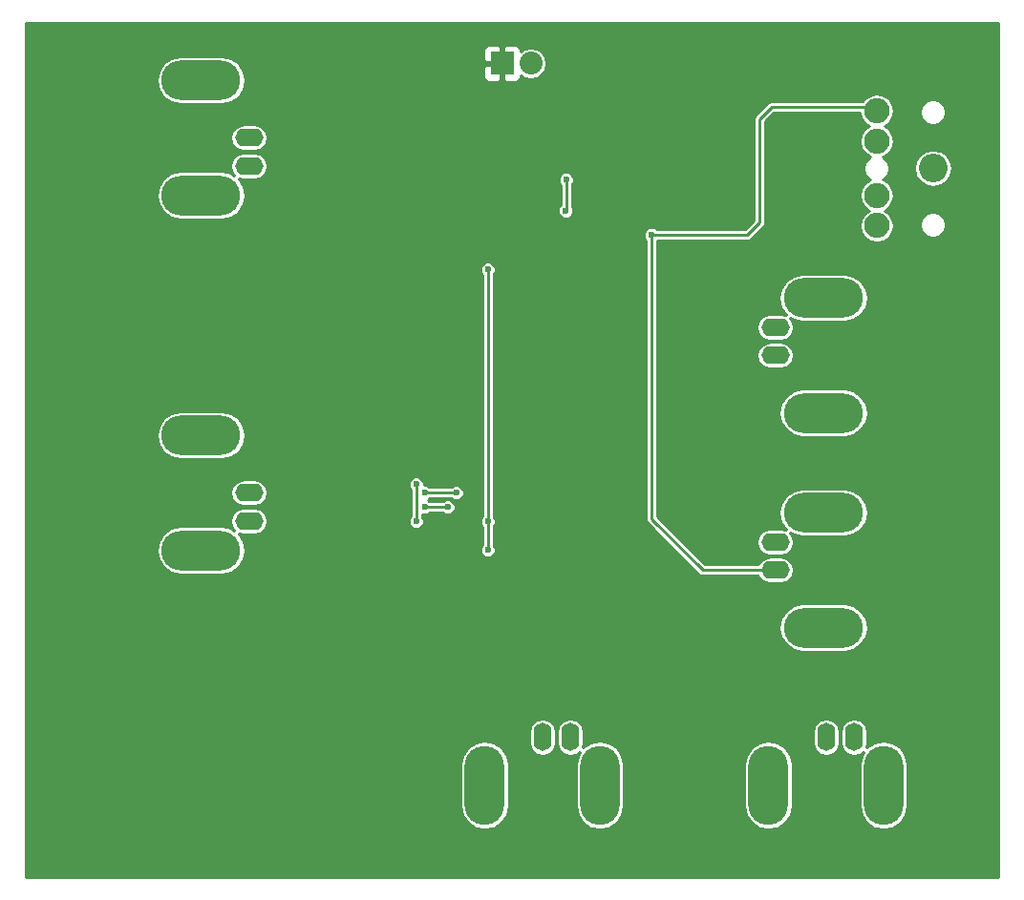
<source format=gbr>
G04 #@! TF.FileFunction,Copper,L2,Bot,Signal*
%FSLAX46Y46*%
G04 Gerber Fmt 4.6, Leading zero omitted, Abs format (unit mm)*
G04 Created by KiCad (PCBNEW 4.0.2-stable) date Tuesday, August 30, 2016 'PMt' 11:58:46 PM*
%MOMM*%
G01*
G04 APERTURE LIST*
%ADD10C,0.100000*%
%ADD11O,7.000240X3.500120*%
%ADD12O,2.499360X1.600200*%
%ADD13O,2.540000X2.540000*%
%ADD14O,2.247900X2.247900*%
%ADD15O,3.500120X7.000240*%
%ADD16O,1.600200X2.499360*%
%ADD17R,2.032000X2.032000*%
%ADD18O,2.032000X2.032000*%
%ADD19C,0.600000*%
%ADD20C,0.250000*%
%ADD21C,0.254000*%
G04 APERTURE END LIST*
D10*
D11*
X111531400Y-117838220D03*
X111531400Y-128036320D03*
D12*
X107266740Y-122936000D03*
X107266740Y-120436640D03*
D13*
X121254520Y-106326940D03*
D14*
X116253260Y-108724700D03*
X116253260Y-103926640D03*
X116253260Y-101226620D03*
X116253260Y-111424720D03*
D15*
X91711780Y-161061400D03*
X81513680Y-161061400D03*
D16*
X86614000Y-156796740D03*
X89113360Y-156796740D03*
D15*
X116857780Y-161061400D03*
X106659680Y-161061400D03*
D16*
X111760000Y-156796740D03*
X114259360Y-156796740D03*
D11*
X56362600Y-140225780D03*
X56362600Y-130027680D03*
D12*
X60627260Y-135128000D03*
X60627260Y-137627360D03*
D17*
X83058000Y-97028000D03*
D18*
X85598000Y-97028000D03*
D11*
X111531400Y-136888220D03*
X111531400Y-147086320D03*
D12*
X107266740Y-141986000D03*
X107266740Y-139486640D03*
D11*
X56362600Y-108729780D03*
X56362600Y-98531680D03*
D12*
X60627260Y-103632000D03*
X60627260Y-106131360D03*
D19*
X78994000Y-135128000D03*
X76200000Y-135128000D03*
X71805800Y-140258800D03*
X73837800Y-113893600D03*
X96824800Y-104521000D03*
X75438000Y-137668000D03*
X75438000Y-134366000D03*
X88722200Y-107340400D03*
X88696800Y-110109000D03*
X96291400Y-112242600D03*
X81788000Y-115316000D03*
X81788000Y-140208000D03*
X81788000Y-137668000D03*
X78232000Y-136398000D03*
X76200000Y-136398000D03*
D20*
X76200000Y-135128000D02*
X78994000Y-135128000D01*
X75438000Y-134366000D02*
X75438000Y-137668000D01*
X88722200Y-110083600D02*
X88722200Y-107340400D01*
X88696800Y-110109000D02*
X88722200Y-110083600D01*
X110744000Y-100921820D02*
X115948460Y-100921820D01*
X115948460Y-100921820D02*
X116253260Y-101226620D01*
X96291400Y-112242600D02*
X96291400Y-137439400D01*
X100838000Y-141986000D02*
X107266740Y-141986000D01*
X96291400Y-137439400D02*
X100838000Y-141986000D01*
X110817660Y-100921820D02*
X110744000Y-100921820D01*
X110744000Y-100921820D02*
X106926380Y-100921820D01*
X104800400Y-112242600D02*
X96291400Y-112242600D01*
X105892600Y-111150400D02*
X104800400Y-112242600D01*
X105892600Y-101955600D02*
X105892600Y-111150400D01*
X106926380Y-100921820D02*
X105892600Y-101955600D01*
X81788000Y-137668000D02*
X81788000Y-115316000D01*
X81788000Y-137668000D02*
X81788000Y-140208000D01*
X76200000Y-136398000D02*
X78232000Y-136398000D01*
D21*
G36*
X127052000Y-169216000D02*
X40842000Y-169216000D01*
X40842000Y-159235304D01*
X79382620Y-159235304D01*
X79382620Y-162887496D01*
X79544837Y-163703017D01*
X80006793Y-164394383D01*
X80698159Y-164856339D01*
X81513680Y-165018556D01*
X82329201Y-164856339D01*
X83020567Y-164394383D01*
X83482523Y-163703017D01*
X83644740Y-162887496D01*
X83644740Y-159235304D01*
X83482523Y-158419783D01*
X83020567Y-157728417D01*
X82329201Y-157266461D01*
X81513680Y-157104244D01*
X80698159Y-157266461D01*
X80006793Y-157728417D01*
X79544837Y-158419783D01*
X79382620Y-159235304D01*
X40842000Y-159235304D01*
X40842000Y-156315213D01*
X85432900Y-156315213D01*
X85432900Y-157278267D01*
X85522806Y-157730254D01*
X85778836Y-158113431D01*
X86162013Y-158369461D01*
X86614000Y-158459367D01*
X87065987Y-158369461D01*
X87449164Y-158113431D01*
X87705194Y-157730254D01*
X87795100Y-157278267D01*
X87795100Y-156315213D01*
X87932260Y-156315213D01*
X87932260Y-157278267D01*
X88022166Y-157730254D01*
X88278196Y-158113431D01*
X88661373Y-158369461D01*
X89113360Y-158459367D01*
X89565347Y-158369461D01*
X89946918Y-158114504D01*
X89742937Y-158419783D01*
X89580720Y-159235304D01*
X89580720Y-162887496D01*
X89742937Y-163703017D01*
X90204893Y-164394383D01*
X90896259Y-164856339D01*
X91711780Y-165018556D01*
X92527301Y-164856339D01*
X93218667Y-164394383D01*
X93680623Y-163703017D01*
X93842840Y-162887496D01*
X93842840Y-159235304D01*
X104528620Y-159235304D01*
X104528620Y-162887496D01*
X104690837Y-163703017D01*
X105152793Y-164394383D01*
X105844159Y-164856339D01*
X106659680Y-165018556D01*
X107475201Y-164856339D01*
X108166567Y-164394383D01*
X108628523Y-163703017D01*
X108790740Y-162887496D01*
X108790740Y-159235304D01*
X108628523Y-158419783D01*
X108166567Y-157728417D01*
X107475201Y-157266461D01*
X106659680Y-157104244D01*
X105844159Y-157266461D01*
X105152793Y-157728417D01*
X104690837Y-158419783D01*
X104528620Y-159235304D01*
X93842840Y-159235304D01*
X93680623Y-158419783D01*
X93218667Y-157728417D01*
X92527301Y-157266461D01*
X91711780Y-157104244D01*
X90896259Y-157266461D01*
X90204923Y-157728397D01*
X90294460Y-157278267D01*
X90294460Y-156315213D01*
X110578900Y-156315213D01*
X110578900Y-157278267D01*
X110668806Y-157730254D01*
X110924836Y-158113431D01*
X111308013Y-158369461D01*
X111760000Y-158459367D01*
X112211987Y-158369461D01*
X112595164Y-158113431D01*
X112851194Y-157730254D01*
X112941100Y-157278267D01*
X112941100Y-156315213D01*
X113078260Y-156315213D01*
X113078260Y-157278267D01*
X113168166Y-157730254D01*
X113424196Y-158113431D01*
X113807373Y-158369461D01*
X114259360Y-158459367D01*
X114711347Y-158369461D01*
X115092918Y-158114504D01*
X114888937Y-158419783D01*
X114726720Y-159235304D01*
X114726720Y-162887496D01*
X114888937Y-163703017D01*
X115350893Y-164394383D01*
X116042259Y-164856339D01*
X116857780Y-165018556D01*
X117673301Y-164856339D01*
X118364667Y-164394383D01*
X118826623Y-163703017D01*
X118988840Y-162887496D01*
X118988840Y-159235304D01*
X118826623Y-158419783D01*
X118364667Y-157728417D01*
X117673301Y-157266461D01*
X116857780Y-157104244D01*
X116042259Y-157266461D01*
X115350923Y-157728397D01*
X115440460Y-157278267D01*
X115440460Y-156315213D01*
X115350554Y-155863226D01*
X115094524Y-155480049D01*
X114711347Y-155224019D01*
X114259360Y-155134113D01*
X113807373Y-155224019D01*
X113424196Y-155480049D01*
X113168166Y-155863226D01*
X113078260Y-156315213D01*
X112941100Y-156315213D01*
X112851194Y-155863226D01*
X112595164Y-155480049D01*
X112211987Y-155224019D01*
X111760000Y-155134113D01*
X111308013Y-155224019D01*
X110924836Y-155480049D01*
X110668806Y-155863226D01*
X110578900Y-156315213D01*
X90294460Y-156315213D01*
X90204554Y-155863226D01*
X89948524Y-155480049D01*
X89565347Y-155224019D01*
X89113360Y-155134113D01*
X88661373Y-155224019D01*
X88278196Y-155480049D01*
X88022166Y-155863226D01*
X87932260Y-156315213D01*
X87795100Y-156315213D01*
X87705194Y-155863226D01*
X87449164Y-155480049D01*
X87065987Y-155224019D01*
X86614000Y-155134113D01*
X86162013Y-155224019D01*
X85778836Y-155480049D01*
X85522806Y-155863226D01*
X85432900Y-156315213D01*
X40842000Y-156315213D01*
X40842000Y-147086320D01*
X107574244Y-147086320D01*
X107736461Y-147901841D01*
X108198417Y-148593207D01*
X108889783Y-149055163D01*
X109705304Y-149217380D01*
X113357496Y-149217380D01*
X114173017Y-149055163D01*
X114864383Y-148593207D01*
X115326339Y-147901841D01*
X115488556Y-147086320D01*
X115326339Y-146270799D01*
X114864383Y-145579433D01*
X114173017Y-145117477D01*
X113357496Y-144955260D01*
X109705304Y-144955260D01*
X108889783Y-145117477D01*
X108198417Y-145579433D01*
X107736461Y-146270799D01*
X107574244Y-147086320D01*
X40842000Y-147086320D01*
X40842000Y-140225780D01*
X52405444Y-140225780D01*
X52567661Y-141041301D01*
X53029617Y-141732667D01*
X53720983Y-142194623D01*
X54536504Y-142356840D01*
X58188696Y-142356840D01*
X59004217Y-142194623D01*
X59695583Y-141732667D01*
X60157539Y-141041301D01*
X60319756Y-140225780D01*
X60157539Y-139410259D01*
X59695603Y-138718923D01*
X60145733Y-138808460D01*
X61108787Y-138808460D01*
X61560774Y-138718554D01*
X61943951Y-138462524D01*
X62199981Y-138079347D01*
X62289887Y-137627360D01*
X62199981Y-137175373D01*
X61943951Y-136792196D01*
X61560774Y-136536166D01*
X61108787Y-136446260D01*
X60145733Y-136446260D01*
X59693746Y-136536166D01*
X59310569Y-136792196D01*
X59054539Y-137175373D01*
X58964633Y-137627360D01*
X59054539Y-138079347D01*
X59309496Y-138460918D01*
X59004217Y-138256937D01*
X58188696Y-138094720D01*
X54536504Y-138094720D01*
X53720983Y-138256937D01*
X53029617Y-138718893D01*
X52567661Y-139410259D01*
X52405444Y-140225780D01*
X40842000Y-140225780D01*
X40842000Y-135128000D01*
X58964633Y-135128000D01*
X59054539Y-135579987D01*
X59310569Y-135963164D01*
X59693746Y-136219194D01*
X60145733Y-136309100D01*
X61108787Y-136309100D01*
X61560774Y-136219194D01*
X61943951Y-135963164D01*
X62199981Y-135579987D01*
X62289887Y-135128000D01*
X62199981Y-134676013D01*
X62082952Y-134500865D01*
X74756882Y-134500865D01*
X74860339Y-134751252D01*
X74932000Y-134823038D01*
X74932000Y-137210877D01*
X74861013Y-137281741D01*
X74757118Y-137531946D01*
X74756882Y-137802865D01*
X74860339Y-138053252D01*
X75051741Y-138244987D01*
X75301946Y-138348882D01*
X75572865Y-138349118D01*
X75823252Y-138245661D01*
X76014987Y-138054259D01*
X76118882Y-137804054D01*
X76119118Y-137533135D01*
X76015661Y-137282748D01*
X75944000Y-137210962D01*
X75944000Y-137029076D01*
X76063946Y-137078882D01*
X76334865Y-137079118D01*
X76585252Y-136975661D01*
X76657038Y-136904000D01*
X77774877Y-136904000D01*
X77845741Y-136974987D01*
X78095946Y-137078882D01*
X78366865Y-137079118D01*
X78617252Y-136975661D01*
X78808987Y-136784259D01*
X78912882Y-136534054D01*
X78913118Y-136263135D01*
X78809661Y-136012748D01*
X78618259Y-135821013D01*
X78368054Y-135717118D01*
X78097135Y-135716882D01*
X77846748Y-135820339D01*
X77774962Y-135892000D01*
X76657123Y-135892000D01*
X76586259Y-135821013D01*
X76446515Y-135762986D01*
X76585252Y-135705661D01*
X76657038Y-135634000D01*
X78536877Y-135634000D01*
X78607741Y-135704987D01*
X78857946Y-135808882D01*
X79128865Y-135809118D01*
X79379252Y-135705661D01*
X79570987Y-135514259D01*
X79674882Y-135264054D01*
X79675118Y-134993135D01*
X79571661Y-134742748D01*
X79380259Y-134551013D01*
X79130054Y-134447118D01*
X78859135Y-134446882D01*
X78608748Y-134550339D01*
X78536962Y-134622000D01*
X76657123Y-134622000D01*
X76586259Y-134551013D01*
X76336054Y-134447118D01*
X76118930Y-134446929D01*
X76119118Y-134231135D01*
X76015661Y-133980748D01*
X75824259Y-133789013D01*
X75574054Y-133685118D01*
X75303135Y-133684882D01*
X75052748Y-133788339D01*
X74861013Y-133979741D01*
X74757118Y-134229946D01*
X74756882Y-134500865D01*
X62082952Y-134500865D01*
X61943951Y-134292836D01*
X61560774Y-134036806D01*
X61108787Y-133946900D01*
X60145733Y-133946900D01*
X59693746Y-134036806D01*
X59310569Y-134292836D01*
X59054539Y-134676013D01*
X58964633Y-135128000D01*
X40842000Y-135128000D01*
X40842000Y-130027680D01*
X52405444Y-130027680D01*
X52567661Y-130843201D01*
X53029617Y-131534567D01*
X53720983Y-131996523D01*
X54536504Y-132158740D01*
X58188696Y-132158740D01*
X59004217Y-131996523D01*
X59695583Y-131534567D01*
X60157539Y-130843201D01*
X60319756Y-130027680D01*
X60157539Y-129212159D01*
X59695583Y-128520793D01*
X59004217Y-128058837D01*
X58188696Y-127896620D01*
X54536504Y-127896620D01*
X53720983Y-128058837D01*
X53029617Y-128520793D01*
X52567661Y-129212159D01*
X52405444Y-130027680D01*
X40842000Y-130027680D01*
X40842000Y-115450865D01*
X81106882Y-115450865D01*
X81210339Y-115701252D01*
X81282000Y-115773038D01*
X81282000Y-137210877D01*
X81211013Y-137281741D01*
X81107118Y-137531946D01*
X81106882Y-137802865D01*
X81210339Y-138053252D01*
X81282000Y-138125038D01*
X81282000Y-139750877D01*
X81211013Y-139821741D01*
X81107118Y-140071946D01*
X81106882Y-140342865D01*
X81210339Y-140593252D01*
X81401741Y-140784987D01*
X81651946Y-140888882D01*
X81922865Y-140889118D01*
X82173252Y-140785661D01*
X82364987Y-140594259D01*
X82468882Y-140344054D01*
X82469118Y-140073135D01*
X82365661Y-139822748D01*
X82294000Y-139750962D01*
X82294000Y-138125123D01*
X82364987Y-138054259D01*
X82468882Y-137804054D01*
X82469118Y-137533135D01*
X82365661Y-137282748D01*
X82294000Y-137210962D01*
X82294000Y-115773123D01*
X82364987Y-115702259D01*
X82468882Y-115452054D01*
X82469118Y-115181135D01*
X82365661Y-114930748D01*
X82174259Y-114739013D01*
X81924054Y-114635118D01*
X81653135Y-114634882D01*
X81402748Y-114738339D01*
X81211013Y-114929741D01*
X81107118Y-115179946D01*
X81106882Y-115450865D01*
X40842000Y-115450865D01*
X40842000Y-112377465D01*
X95610282Y-112377465D01*
X95713739Y-112627852D01*
X95785400Y-112699638D01*
X95785400Y-137439400D01*
X95823917Y-137633038D01*
X95933604Y-137797196D01*
X100480204Y-142343796D01*
X100644362Y-142453483D01*
X100838000Y-142492000D01*
X105730109Y-142492000D01*
X105950049Y-142821164D01*
X106333226Y-143077194D01*
X106785213Y-143167100D01*
X107748267Y-143167100D01*
X108200254Y-143077194D01*
X108583431Y-142821164D01*
X108839461Y-142437987D01*
X108929367Y-141986000D01*
X108839461Y-141534013D01*
X108583431Y-141150836D01*
X108200254Y-140894806D01*
X107748267Y-140804900D01*
X106785213Y-140804900D01*
X106333226Y-140894806D01*
X105950049Y-141150836D01*
X105730109Y-141480000D01*
X101047592Y-141480000D01*
X99054232Y-139486640D01*
X105604113Y-139486640D01*
X105694019Y-139938627D01*
X105950049Y-140321804D01*
X106333226Y-140577834D01*
X106785213Y-140667740D01*
X107748267Y-140667740D01*
X108200254Y-140577834D01*
X108583431Y-140321804D01*
X108839461Y-139938627D01*
X108929367Y-139486640D01*
X108839461Y-139034653D01*
X108584504Y-138653082D01*
X108889783Y-138857063D01*
X109705304Y-139019280D01*
X113357496Y-139019280D01*
X114173017Y-138857063D01*
X114864383Y-138395107D01*
X115326339Y-137703741D01*
X115488556Y-136888220D01*
X115326339Y-136072699D01*
X114864383Y-135381333D01*
X114173017Y-134919377D01*
X113357496Y-134757160D01*
X109705304Y-134757160D01*
X108889783Y-134919377D01*
X108198417Y-135381333D01*
X107736461Y-136072699D01*
X107574244Y-136888220D01*
X107736461Y-137703741D01*
X108198397Y-138395077D01*
X107748267Y-138305540D01*
X106785213Y-138305540D01*
X106333226Y-138395446D01*
X105950049Y-138651476D01*
X105694019Y-139034653D01*
X105604113Y-139486640D01*
X99054232Y-139486640D01*
X96797400Y-137229808D01*
X96797400Y-128036320D01*
X107574244Y-128036320D01*
X107736461Y-128851841D01*
X108198417Y-129543207D01*
X108889783Y-130005163D01*
X109705304Y-130167380D01*
X113357496Y-130167380D01*
X114173017Y-130005163D01*
X114864383Y-129543207D01*
X115326339Y-128851841D01*
X115488556Y-128036320D01*
X115326339Y-127220799D01*
X114864383Y-126529433D01*
X114173017Y-126067477D01*
X113357496Y-125905260D01*
X109705304Y-125905260D01*
X108889783Y-126067477D01*
X108198417Y-126529433D01*
X107736461Y-127220799D01*
X107574244Y-128036320D01*
X96797400Y-128036320D01*
X96797400Y-122936000D01*
X105604113Y-122936000D01*
X105694019Y-123387987D01*
X105950049Y-123771164D01*
X106333226Y-124027194D01*
X106785213Y-124117100D01*
X107748267Y-124117100D01*
X108200254Y-124027194D01*
X108583431Y-123771164D01*
X108839461Y-123387987D01*
X108929367Y-122936000D01*
X108839461Y-122484013D01*
X108583431Y-122100836D01*
X108200254Y-121844806D01*
X107748267Y-121754900D01*
X106785213Y-121754900D01*
X106333226Y-121844806D01*
X105950049Y-122100836D01*
X105694019Y-122484013D01*
X105604113Y-122936000D01*
X96797400Y-122936000D01*
X96797400Y-120436640D01*
X105604113Y-120436640D01*
X105694019Y-120888627D01*
X105950049Y-121271804D01*
X106333226Y-121527834D01*
X106785213Y-121617740D01*
X107748267Y-121617740D01*
X108200254Y-121527834D01*
X108583431Y-121271804D01*
X108839461Y-120888627D01*
X108929367Y-120436640D01*
X108839461Y-119984653D01*
X108584504Y-119603082D01*
X108889783Y-119807063D01*
X109705304Y-119969280D01*
X113357496Y-119969280D01*
X114173017Y-119807063D01*
X114864383Y-119345107D01*
X115326339Y-118653741D01*
X115488556Y-117838220D01*
X115326339Y-117022699D01*
X114864383Y-116331333D01*
X114173017Y-115869377D01*
X113357496Y-115707160D01*
X109705304Y-115707160D01*
X108889783Y-115869377D01*
X108198417Y-116331333D01*
X107736461Y-117022699D01*
X107574244Y-117838220D01*
X107736461Y-118653741D01*
X108198397Y-119345077D01*
X107748267Y-119255540D01*
X106785213Y-119255540D01*
X106333226Y-119345446D01*
X105950049Y-119601476D01*
X105694019Y-119984653D01*
X105604113Y-120436640D01*
X96797400Y-120436640D01*
X96797400Y-112748600D01*
X104800400Y-112748600D01*
X104994038Y-112710083D01*
X105158196Y-112600396D01*
X106250396Y-111508196D01*
X106360083Y-111344038D01*
X106398600Y-111150400D01*
X106398600Y-102165192D01*
X107135972Y-101427820D01*
X114758847Y-101427820D01*
X114833383Y-101802539D01*
X115159616Y-102290780D01*
X115587420Y-102576630D01*
X115159616Y-102862480D01*
X114833383Y-103350721D01*
X114718826Y-103926640D01*
X114833383Y-104502559D01*
X115159616Y-104990800D01*
X115647857Y-105317033D01*
X115708415Y-105329079D01*
X115613833Y-105368159D01*
X115295597Y-105685840D01*
X115123157Y-106101123D01*
X115122764Y-106550784D01*
X115294479Y-106966367D01*
X115612160Y-107284603D01*
X115704653Y-107323010D01*
X115647857Y-107334307D01*
X115159616Y-107660540D01*
X114833383Y-108148781D01*
X114718826Y-108724700D01*
X114833383Y-109300619D01*
X115159616Y-109788860D01*
X115587420Y-110074710D01*
X115159616Y-110360560D01*
X114833383Y-110848801D01*
X114718826Y-111424720D01*
X114833383Y-112000639D01*
X115159616Y-112488880D01*
X115647857Y-112815113D01*
X116223776Y-112929670D01*
X116282744Y-112929670D01*
X116858663Y-112815113D01*
X117346904Y-112488880D01*
X117673137Y-112000639D01*
X117762873Y-111549504D01*
X120124024Y-111549504D01*
X120295739Y-111965087D01*
X120613420Y-112283323D01*
X121028703Y-112455763D01*
X121478364Y-112456156D01*
X121893947Y-112284441D01*
X122212183Y-111966760D01*
X122384623Y-111551477D01*
X122385016Y-111101816D01*
X122213301Y-110686233D01*
X121895620Y-110367997D01*
X121480337Y-110195557D01*
X121030676Y-110195164D01*
X120615093Y-110366879D01*
X120296857Y-110684560D01*
X120124417Y-111099843D01*
X120124024Y-111549504D01*
X117762873Y-111549504D01*
X117787694Y-111424720D01*
X117673137Y-110848801D01*
X117346904Y-110360560D01*
X116919100Y-110074710D01*
X117346904Y-109788860D01*
X117673137Y-109300619D01*
X117787694Y-108724700D01*
X117673137Y-108148781D01*
X117346904Y-107660540D01*
X116858663Y-107334307D01*
X116802255Y-107323087D01*
X116892687Y-107285721D01*
X117210923Y-106968040D01*
X117383363Y-106552757D01*
X117383560Y-106326940D01*
X119571175Y-106326940D01*
X119696850Y-106958750D01*
X120054742Y-107494373D01*
X120590365Y-107852265D01*
X121222175Y-107977940D01*
X121286865Y-107977940D01*
X121918675Y-107852265D01*
X122454298Y-107494373D01*
X122812190Y-106958750D01*
X122937865Y-106326940D01*
X122812190Y-105695130D01*
X122454298Y-105159507D01*
X121918675Y-104801615D01*
X121286865Y-104675940D01*
X121222175Y-104675940D01*
X120590365Y-104801615D01*
X120054742Y-105159507D01*
X119696850Y-105695130D01*
X119571175Y-106326940D01*
X117383560Y-106326940D01*
X117383756Y-106103096D01*
X117212041Y-105687513D01*
X116894360Y-105369277D01*
X116797731Y-105329153D01*
X116858663Y-105317033D01*
X117346904Y-104990800D01*
X117673137Y-104502559D01*
X117787694Y-103926640D01*
X117673137Y-103350721D01*
X117346904Y-102862480D01*
X116919100Y-102576630D01*
X117346904Y-102290780D01*
X117673137Y-101802539D01*
X117722959Y-101552064D01*
X120124024Y-101552064D01*
X120295739Y-101967647D01*
X120613420Y-102285883D01*
X121028703Y-102458323D01*
X121478364Y-102458716D01*
X121893947Y-102287001D01*
X122212183Y-101969320D01*
X122384623Y-101554037D01*
X122385016Y-101104376D01*
X122213301Y-100688793D01*
X121895620Y-100370557D01*
X121480337Y-100198117D01*
X121030676Y-100197724D01*
X120615093Y-100369439D01*
X120296857Y-100687120D01*
X120124417Y-101102403D01*
X120124024Y-101552064D01*
X117722959Y-101552064D01*
X117787694Y-101226620D01*
X117673137Y-100650701D01*
X117346904Y-100162460D01*
X116858663Y-99836227D01*
X116282744Y-99721670D01*
X116223776Y-99721670D01*
X115647857Y-99836227D01*
X115159616Y-100162460D01*
X114990326Y-100415820D01*
X106926380Y-100415820D01*
X106732742Y-100454337D01*
X106663620Y-100500523D01*
X106568584Y-100564024D01*
X105534804Y-101597804D01*
X105425117Y-101761962D01*
X105386600Y-101955600D01*
X105386600Y-110940808D01*
X104590808Y-111736600D01*
X96748523Y-111736600D01*
X96677659Y-111665613D01*
X96427454Y-111561718D01*
X96156535Y-111561482D01*
X95906148Y-111664939D01*
X95714413Y-111856341D01*
X95610518Y-112106546D01*
X95610282Y-112377465D01*
X40842000Y-112377465D01*
X40842000Y-108729780D01*
X52405444Y-108729780D01*
X52567661Y-109545301D01*
X53029617Y-110236667D01*
X53720983Y-110698623D01*
X54536504Y-110860840D01*
X58188696Y-110860840D01*
X59004217Y-110698623D01*
X59684810Y-110243865D01*
X88015682Y-110243865D01*
X88119139Y-110494252D01*
X88310541Y-110685987D01*
X88560746Y-110789882D01*
X88831665Y-110790118D01*
X89082052Y-110686661D01*
X89273787Y-110495259D01*
X89377682Y-110245054D01*
X89377918Y-109974135D01*
X89274461Y-109723748D01*
X89228200Y-109677407D01*
X89228200Y-107797523D01*
X89299187Y-107726659D01*
X89403082Y-107476454D01*
X89403318Y-107205535D01*
X89299861Y-106955148D01*
X89108459Y-106763413D01*
X88858254Y-106659518D01*
X88587335Y-106659282D01*
X88336948Y-106762739D01*
X88145213Y-106954141D01*
X88041318Y-107204346D01*
X88041082Y-107475265D01*
X88144539Y-107725652D01*
X88216200Y-107797438D01*
X88216200Y-109626521D01*
X88119813Y-109722741D01*
X88015918Y-109972946D01*
X88015682Y-110243865D01*
X59684810Y-110243865D01*
X59695583Y-110236667D01*
X60157539Y-109545301D01*
X60319756Y-108729780D01*
X60157539Y-107914259D01*
X59695603Y-107222923D01*
X60145733Y-107312460D01*
X61108787Y-107312460D01*
X61560774Y-107222554D01*
X61943951Y-106966524D01*
X62199981Y-106583347D01*
X62289887Y-106131360D01*
X62199981Y-105679373D01*
X61943951Y-105296196D01*
X61560774Y-105040166D01*
X61108787Y-104950260D01*
X60145733Y-104950260D01*
X59693746Y-105040166D01*
X59310569Y-105296196D01*
X59054539Y-105679373D01*
X58964633Y-106131360D01*
X59054539Y-106583347D01*
X59309496Y-106964918D01*
X59004217Y-106760937D01*
X58188696Y-106598720D01*
X54536504Y-106598720D01*
X53720983Y-106760937D01*
X53029617Y-107222893D01*
X52567661Y-107914259D01*
X52405444Y-108729780D01*
X40842000Y-108729780D01*
X40842000Y-103632000D01*
X58964633Y-103632000D01*
X59054539Y-104083987D01*
X59310569Y-104467164D01*
X59693746Y-104723194D01*
X60145733Y-104813100D01*
X61108787Y-104813100D01*
X61560774Y-104723194D01*
X61943951Y-104467164D01*
X62199981Y-104083987D01*
X62289887Y-103632000D01*
X62199981Y-103180013D01*
X61943951Y-102796836D01*
X61560774Y-102540806D01*
X61108787Y-102450900D01*
X60145733Y-102450900D01*
X59693746Y-102540806D01*
X59310569Y-102796836D01*
X59054539Y-103180013D01*
X58964633Y-103632000D01*
X40842000Y-103632000D01*
X40842000Y-98531680D01*
X52405444Y-98531680D01*
X52567661Y-99347201D01*
X53029617Y-100038567D01*
X53720983Y-100500523D01*
X54536504Y-100662740D01*
X58188696Y-100662740D01*
X59004217Y-100500523D01*
X59695583Y-100038567D01*
X60157539Y-99347201D01*
X60319756Y-98531680D01*
X60157539Y-97716159D01*
X59888658Y-97313750D01*
X81407000Y-97313750D01*
X81407000Y-98170309D01*
X81503673Y-98403698D01*
X81682301Y-98582327D01*
X81915690Y-98679000D01*
X82772250Y-98679000D01*
X82931000Y-98520250D01*
X82931000Y-97155000D01*
X81565750Y-97155000D01*
X81407000Y-97313750D01*
X59888658Y-97313750D01*
X59695583Y-97024793D01*
X59004217Y-96562837D01*
X58188696Y-96400620D01*
X54536504Y-96400620D01*
X53720983Y-96562837D01*
X53029617Y-97024793D01*
X52567661Y-97716159D01*
X52405444Y-98531680D01*
X40842000Y-98531680D01*
X40842000Y-95885691D01*
X81407000Y-95885691D01*
X81407000Y-96742250D01*
X81565750Y-96901000D01*
X82931000Y-96901000D01*
X82931000Y-95535750D01*
X83185000Y-95535750D01*
X83185000Y-96901000D01*
X83205000Y-96901000D01*
X83205000Y-97155000D01*
X83185000Y-97155000D01*
X83185000Y-98520250D01*
X83343750Y-98679000D01*
X84200310Y-98679000D01*
X84433699Y-98582327D01*
X84612327Y-98403698D01*
X84709000Y-98170309D01*
X84709000Y-98109232D01*
X85063391Y-98346029D01*
X85598000Y-98452369D01*
X86132609Y-98346029D01*
X86585828Y-98043197D01*
X86888660Y-97589978D01*
X86995000Y-97055369D01*
X86995000Y-97000631D01*
X86888660Y-96466022D01*
X86585828Y-96012803D01*
X86132609Y-95709971D01*
X85598000Y-95603631D01*
X85063391Y-95709971D01*
X84709000Y-95946768D01*
X84709000Y-95885691D01*
X84612327Y-95652302D01*
X84433699Y-95473673D01*
X84200310Y-95377000D01*
X83343750Y-95377000D01*
X83185000Y-95535750D01*
X82931000Y-95535750D01*
X82772250Y-95377000D01*
X81915690Y-95377000D01*
X81682301Y-95473673D01*
X81503673Y-95652302D01*
X81407000Y-95885691D01*
X40842000Y-95885691D01*
X40842000Y-93420000D01*
X127052000Y-93420000D01*
X127052000Y-169216000D01*
X127052000Y-169216000D01*
G37*
X127052000Y-169216000D02*
X40842000Y-169216000D01*
X40842000Y-159235304D01*
X79382620Y-159235304D01*
X79382620Y-162887496D01*
X79544837Y-163703017D01*
X80006793Y-164394383D01*
X80698159Y-164856339D01*
X81513680Y-165018556D01*
X82329201Y-164856339D01*
X83020567Y-164394383D01*
X83482523Y-163703017D01*
X83644740Y-162887496D01*
X83644740Y-159235304D01*
X83482523Y-158419783D01*
X83020567Y-157728417D01*
X82329201Y-157266461D01*
X81513680Y-157104244D01*
X80698159Y-157266461D01*
X80006793Y-157728417D01*
X79544837Y-158419783D01*
X79382620Y-159235304D01*
X40842000Y-159235304D01*
X40842000Y-156315213D01*
X85432900Y-156315213D01*
X85432900Y-157278267D01*
X85522806Y-157730254D01*
X85778836Y-158113431D01*
X86162013Y-158369461D01*
X86614000Y-158459367D01*
X87065987Y-158369461D01*
X87449164Y-158113431D01*
X87705194Y-157730254D01*
X87795100Y-157278267D01*
X87795100Y-156315213D01*
X87932260Y-156315213D01*
X87932260Y-157278267D01*
X88022166Y-157730254D01*
X88278196Y-158113431D01*
X88661373Y-158369461D01*
X89113360Y-158459367D01*
X89565347Y-158369461D01*
X89946918Y-158114504D01*
X89742937Y-158419783D01*
X89580720Y-159235304D01*
X89580720Y-162887496D01*
X89742937Y-163703017D01*
X90204893Y-164394383D01*
X90896259Y-164856339D01*
X91711780Y-165018556D01*
X92527301Y-164856339D01*
X93218667Y-164394383D01*
X93680623Y-163703017D01*
X93842840Y-162887496D01*
X93842840Y-159235304D01*
X104528620Y-159235304D01*
X104528620Y-162887496D01*
X104690837Y-163703017D01*
X105152793Y-164394383D01*
X105844159Y-164856339D01*
X106659680Y-165018556D01*
X107475201Y-164856339D01*
X108166567Y-164394383D01*
X108628523Y-163703017D01*
X108790740Y-162887496D01*
X108790740Y-159235304D01*
X108628523Y-158419783D01*
X108166567Y-157728417D01*
X107475201Y-157266461D01*
X106659680Y-157104244D01*
X105844159Y-157266461D01*
X105152793Y-157728417D01*
X104690837Y-158419783D01*
X104528620Y-159235304D01*
X93842840Y-159235304D01*
X93680623Y-158419783D01*
X93218667Y-157728417D01*
X92527301Y-157266461D01*
X91711780Y-157104244D01*
X90896259Y-157266461D01*
X90204923Y-157728397D01*
X90294460Y-157278267D01*
X90294460Y-156315213D01*
X110578900Y-156315213D01*
X110578900Y-157278267D01*
X110668806Y-157730254D01*
X110924836Y-158113431D01*
X111308013Y-158369461D01*
X111760000Y-158459367D01*
X112211987Y-158369461D01*
X112595164Y-158113431D01*
X112851194Y-157730254D01*
X112941100Y-157278267D01*
X112941100Y-156315213D01*
X113078260Y-156315213D01*
X113078260Y-157278267D01*
X113168166Y-157730254D01*
X113424196Y-158113431D01*
X113807373Y-158369461D01*
X114259360Y-158459367D01*
X114711347Y-158369461D01*
X115092918Y-158114504D01*
X114888937Y-158419783D01*
X114726720Y-159235304D01*
X114726720Y-162887496D01*
X114888937Y-163703017D01*
X115350893Y-164394383D01*
X116042259Y-164856339D01*
X116857780Y-165018556D01*
X117673301Y-164856339D01*
X118364667Y-164394383D01*
X118826623Y-163703017D01*
X118988840Y-162887496D01*
X118988840Y-159235304D01*
X118826623Y-158419783D01*
X118364667Y-157728417D01*
X117673301Y-157266461D01*
X116857780Y-157104244D01*
X116042259Y-157266461D01*
X115350923Y-157728397D01*
X115440460Y-157278267D01*
X115440460Y-156315213D01*
X115350554Y-155863226D01*
X115094524Y-155480049D01*
X114711347Y-155224019D01*
X114259360Y-155134113D01*
X113807373Y-155224019D01*
X113424196Y-155480049D01*
X113168166Y-155863226D01*
X113078260Y-156315213D01*
X112941100Y-156315213D01*
X112851194Y-155863226D01*
X112595164Y-155480049D01*
X112211987Y-155224019D01*
X111760000Y-155134113D01*
X111308013Y-155224019D01*
X110924836Y-155480049D01*
X110668806Y-155863226D01*
X110578900Y-156315213D01*
X90294460Y-156315213D01*
X90204554Y-155863226D01*
X89948524Y-155480049D01*
X89565347Y-155224019D01*
X89113360Y-155134113D01*
X88661373Y-155224019D01*
X88278196Y-155480049D01*
X88022166Y-155863226D01*
X87932260Y-156315213D01*
X87795100Y-156315213D01*
X87705194Y-155863226D01*
X87449164Y-155480049D01*
X87065987Y-155224019D01*
X86614000Y-155134113D01*
X86162013Y-155224019D01*
X85778836Y-155480049D01*
X85522806Y-155863226D01*
X85432900Y-156315213D01*
X40842000Y-156315213D01*
X40842000Y-147086320D01*
X107574244Y-147086320D01*
X107736461Y-147901841D01*
X108198417Y-148593207D01*
X108889783Y-149055163D01*
X109705304Y-149217380D01*
X113357496Y-149217380D01*
X114173017Y-149055163D01*
X114864383Y-148593207D01*
X115326339Y-147901841D01*
X115488556Y-147086320D01*
X115326339Y-146270799D01*
X114864383Y-145579433D01*
X114173017Y-145117477D01*
X113357496Y-144955260D01*
X109705304Y-144955260D01*
X108889783Y-145117477D01*
X108198417Y-145579433D01*
X107736461Y-146270799D01*
X107574244Y-147086320D01*
X40842000Y-147086320D01*
X40842000Y-140225780D01*
X52405444Y-140225780D01*
X52567661Y-141041301D01*
X53029617Y-141732667D01*
X53720983Y-142194623D01*
X54536504Y-142356840D01*
X58188696Y-142356840D01*
X59004217Y-142194623D01*
X59695583Y-141732667D01*
X60157539Y-141041301D01*
X60319756Y-140225780D01*
X60157539Y-139410259D01*
X59695603Y-138718923D01*
X60145733Y-138808460D01*
X61108787Y-138808460D01*
X61560774Y-138718554D01*
X61943951Y-138462524D01*
X62199981Y-138079347D01*
X62289887Y-137627360D01*
X62199981Y-137175373D01*
X61943951Y-136792196D01*
X61560774Y-136536166D01*
X61108787Y-136446260D01*
X60145733Y-136446260D01*
X59693746Y-136536166D01*
X59310569Y-136792196D01*
X59054539Y-137175373D01*
X58964633Y-137627360D01*
X59054539Y-138079347D01*
X59309496Y-138460918D01*
X59004217Y-138256937D01*
X58188696Y-138094720D01*
X54536504Y-138094720D01*
X53720983Y-138256937D01*
X53029617Y-138718893D01*
X52567661Y-139410259D01*
X52405444Y-140225780D01*
X40842000Y-140225780D01*
X40842000Y-135128000D01*
X58964633Y-135128000D01*
X59054539Y-135579987D01*
X59310569Y-135963164D01*
X59693746Y-136219194D01*
X60145733Y-136309100D01*
X61108787Y-136309100D01*
X61560774Y-136219194D01*
X61943951Y-135963164D01*
X62199981Y-135579987D01*
X62289887Y-135128000D01*
X62199981Y-134676013D01*
X62082952Y-134500865D01*
X74756882Y-134500865D01*
X74860339Y-134751252D01*
X74932000Y-134823038D01*
X74932000Y-137210877D01*
X74861013Y-137281741D01*
X74757118Y-137531946D01*
X74756882Y-137802865D01*
X74860339Y-138053252D01*
X75051741Y-138244987D01*
X75301946Y-138348882D01*
X75572865Y-138349118D01*
X75823252Y-138245661D01*
X76014987Y-138054259D01*
X76118882Y-137804054D01*
X76119118Y-137533135D01*
X76015661Y-137282748D01*
X75944000Y-137210962D01*
X75944000Y-137029076D01*
X76063946Y-137078882D01*
X76334865Y-137079118D01*
X76585252Y-136975661D01*
X76657038Y-136904000D01*
X77774877Y-136904000D01*
X77845741Y-136974987D01*
X78095946Y-137078882D01*
X78366865Y-137079118D01*
X78617252Y-136975661D01*
X78808987Y-136784259D01*
X78912882Y-136534054D01*
X78913118Y-136263135D01*
X78809661Y-136012748D01*
X78618259Y-135821013D01*
X78368054Y-135717118D01*
X78097135Y-135716882D01*
X77846748Y-135820339D01*
X77774962Y-135892000D01*
X76657123Y-135892000D01*
X76586259Y-135821013D01*
X76446515Y-135762986D01*
X76585252Y-135705661D01*
X76657038Y-135634000D01*
X78536877Y-135634000D01*
X78607741Y-135704987D01*
X78857946Y-135808882D01*
X79128865Y-135809118D01*
X79379252Y-135705661D01*
X79570987Y-135514259D01*
X79674882Y-135264054D01*
X79675118Y-134993135D01*
X79571661Y-134742748D01*
X79380259Y-134551013D01*
X79130054Y-134447118D01*
X78859135Y-134446882D01*
X78608748Y-134550339D01*
X78536962Y-134622000D01*
X76657123Y-134622000D01*
X76586259Y-134551013D01*
X76336054Y-134447118D01*
X76118930Y-134446929D01*
X76119118Y-134231135D01*
X76015661Y-133980748D01*
X75824259Y-133789013D01*
X75574054Y-133685118D01*
X75303135Y-133684882D01*
X75052748Y-133788339D01*
X74861013Y-133979741D01*
X74757118Y-134229946D01*
X74756882Y-134500865D01*
X62082952Y-134500865D01*
X61943951Y-134292836D01*
X61560774Y-134036806D01*
X61108787Y-133946900D01*
X60145733Y-133946900D01*
X59693746Y-134036806D01*
X59310569Y-134292836D01*
X59054539Y-134676013D01*
X58964633Y-135128000D01*
X40842000Y-135128000D01*
X40842000Y-130027680D01*
X52405444Y-130027680D01*
X52567661Y-130843201D01*
X53029617Y-131534567D01*
X53720983Y-131996523D01*
X54536504Y-132158740D01*
X58188696Y-132158740D01*
X59004217Y-131996523D01*
X59695583Y-131534567D01*
X60157539Y-130843201D01*
X60319756Y-130027680D01*
X60157539Y-129212159D01*
X59695583Y-128520793D01*
X59004217Y-128058837D01*
X58188696Y-127896620D01*
X54536504Y-127896620D01*
X53720983Y-128058837D01*
X53029617Y-128520793D01*
X52567661Y-129212159D01*
X52405444Y-130027680D01*
X40842000Y-130027680D01*
X40842000Y-115450865D01*
X81106882Y-115450865D01*
X81210339Y-115701252D01*
X81282000Y-115773038D01*
X81282000Y-137210877D01*
X81211013Y-137281741D01*
X81107118Y-137531946D01*
X81106882Y-137802865D01*
X81210339Y-138053252D01*
X81282000Y-138125038D01*
X81282000Y-139750877D01*
X81211013Y-139821741D01*
X81107118Y-140071946D01*
X81106882Y-140342865D01*
X81210339Y-140593252D01*
X81401741Y-140784987D01*
X81651946Y-140888882D01*
X81922865Y-140889118D01*
X82173252Y-140785661D01*
X82364987Y-140594259D01*
X82468882Y-140344054D01*
X82469118Y-140073135D01*
X82365661Y-139822748D01*
X82294000Y-139750962D01*
X82294000Y-138125123D01*
X82364987Y-138054259D01*
X82468882Y-137804054D01*
X82469118Y-137533135D01*
X82365661Y-137282748D01*
X82294000Y-137210962D01*
X82294000Y-115773123D01*
X82364987Y-115702259D01*
X82468882Y-115452054D01*
X82469118Y-115181135D01*
X82365661Y-114930748D01*
X82174259Y-114739013D01*
X81924054Y-114635118D01*
X81653135Y-114634882D01*
X81402748Y-114738339D01*
X81211013Y-114929741D01*
X81107118Y-115179946D01*
X81106882Y-115450865D01*
X40842000Y-115450865D01*
X40842000Y-112377465D01*
X95610282Y-112377465D01*
X95713739Y-112627852D01*
X95785400Y-112699638D01*
X95785400Y-137439400D01*
X95823917Y-137633038D01*
X95933604Y-137797196D01*
X100480204Y-142343796D01*
X100644362Y-142453483D01*
X100838000Y-142492000D01*
X105730109Y-142492000D01*
X105950049Y-142821164D01*
X106333226Y-143077194D01*
X106785213Y-143167100D01*
X107748267Y-143167100D01*
X108200254Y-143077194D01*
X108583431Y-142821164D01*
X108839461Y-142437987D01*
X108929367Y-141986000D01*
X108839461Y-141534013D01*
X108583431Y-141150836D01*
X108200254Y-140894806D01*
X107748267Y-140804900D01*
X106785213Y-140804900D01*
X106333226Y-140894806D01*
X105950049Y-141150836D01*
X105730109Y-141480000D01*
X101047592Y-141480000D01*
X99054232Y-139486640D01*
X105604113Y-139486640D01*
X105694019Y-139938627D01*
X105950049Y-140321804D01*
X106333226Y-140577834D01*
X106785213Y-140667740D01*
X107748267Y-140667740D01*
X108200254Y-140577834D01*
X108583431Y-140321804D01*
X108839461Y-139938627D01*
X108929367Y-139486640D01*
X108839461Y-139034653D01*
X108584504Y-138653082D01*
X108889783Y-138857063D01*
X109705304Y-139019280D01*
X113357496Y-139019280D01*
X114173017Y-138857063D01*
X114864383Y-138395107D01*
X115326339Y-137703741D01*
X115488556Y-136888220D01*
X115326339Y-136072699D01*
X114864383Y-135381333D01*
X114173017Y-134919377D01*
X113357496Y-134757160D01*
X109705304Y-134757160D01*
X108889783Y-134919377D01*
X108198417Y-135381333D01*
X107736461Y-136072699D01*
X107574244Y-136888220D01*
X107736461Y-137703741D01*
X108198397Y-138395077D01*
X107748267Y-138305540D01*
X106785213Y-138305540D01*
X106333226Y-138395446D01*
X105950049Y-138651476D01*
X105694019Y-139034653D01*
X105604113Y-139486640D01*
X99054232Y-139486640D01*
X96797400Y-137229808D01*
X96797400Y-128036320D01*
X107574244Y-128036320D01*
X107736461Y-128851841D01*
X108198417Y-129543207D01*
X108889783Y-130005163D01*
X109705304Y-130167380D01*
X113357496Y-130167380D01*
X114173017Y-130005163D01*
X114864383Y-129543207D01*
X115326339Y-128851841D01*
X115488556Y-128036320D01*
X115326339Y-127220799D01*
X114864383Y-126529433D01*
X114173017Y-126067477D01*
X113357496Y-125905260D01*
X109705304Y-125905260D01*
X108889783Y-126067477D01*
X108198417Y-126529433D01*
X107736461Y-127220799D01*
X107574244Y-128036320D01*
X96797400Y-128036320D01*
X96797400Y-122936000D01*
X105604113Y-122936000D01*
X105694019Y-123387987D01*
X105950049Y-123771164D01*
X106333226Y-124027194D01*
X106785213Y-124117100D01*
X107748267Y-124117100D01*
X108200254Y-124027194D01*
X108583431Y-123771164D01*
X108839461Y-123387987D01*
X108929367Y-122936000D01*
X108839461Y-122484013D01*
X108583431Y-122100836D01*
X108200254Y-121844806D01*
X107748267Y-121754900D01*
X106785213Y-121754900D01*
X106333226Y-121844806D01*
X105950049Y-122100836D01*
X105694019Y-122484013D01*
X105604113Y-122936000D01*
X96797400Y-122936000D01*
X96797400Y-120436640D01*
X105604113Y-120436640D01*
X105694019Y-120888627D01*
X105950049Y-121271804D01*
X106333226Y-121527834D01*
X106785213Y-121617740D01*
X107748267Y-121617740D01*
X108200254Y-121527834D01*
X108583431Y-121271804D01*
X108839461Y-120888627D01*
X108929367Y-120436640D01*
X108839461Y-119984653D01*
X108584504Y-119603082D01*
X108889783Y-119807063D01*
X109705304Y-119969280D01*
X113357496Y-119969280D01*
X114173017Y-119807063D01*
X114864383Y-119345107D01*
X115326339Y-118653741D01*
X115488556Y-117838220D01*
X115326339Y-117022699D01*
X114864383Y-116331333D01*
X114173017Y-115869377D01*
X113357496Y-115707160D01*
X109705304Y-115707160D01*
X108889783Y-115869377D01*
X108198417Y-116331333D01*
X107736461Y-117022699D01*
X107574244Y-117838220D01*
X107736461Y-118653741D01*
X108198397Y-119345077D01*
X107748267Y-119255540D01*
X106785213Y-119255540D01*
X106333226Y-119345446D01*
X105950049Y-119601476D01*
X105694019Y-119984653D01*
X105604113Y-120436640D01*
X96797400Y-120436640D01*
X96797400Y-112748600D01*
X104800400Y-112748600D01*
X104994038Y-112710083D01*
X105158196Y-112600396D01*
X106250396Y-111508196D01*
X106360083Y-111344038D01*
X106398600Y-111150400D01*
X106398600Y-102165192D01*
X107135972Y-101427820D01*
X114758847Y-101427820D01*
X114833383Y-101802539D01*
X115159616Y-102290780D01*
X115587420Y-102576630D01*
X115159616Y-102862480D01*
X114833383Y-103350721D01*
X114718826Y-103926640D01*
X114833383Y-104502559D01*
X115159616Y-104990800D01*
X115647857Y-105317033D01*
X115708415Y-105329079D01*
X115613833Y-105368159D01*
X115295597Y-105685840D01*
X115123157Y-106101123D01*
X115122764Y-106550784D01*
X115294479Y-106966367D01*
X115612160Y-107284603D01*
X115704653Y-107323010D01*
X115647857Y-107334307D01*
X115159616Y-107660540D01*
X114833383Y-108148781D01*
X114718826Y-108724700D01*
X114833383Y-109300619D01*
X115159616Y-109788860D01*
X115587420Y-110074710D01*
X115159616Y-110360560D01*
X114833383Y-110848801D01*
X114718826Y-111424720D01*
X114833383Y-112000639D01*
X115159616Y-112488880D01*
X115647857Y-112815113D01*
X116223776Y-112929670D01*
X116282744Y-112929670D01*
X116858663Y-112815113D01*
X117346904Y-112488880D01*
X117673137Y-112000639D01*
X117762873Y-111549504D01*
X120124024Y-111549504D01*
X120295739Y-111965087D01*
X120613420Y-112283323D01*
X121028703Y-112455763D01*
X121478364Y-112456156D01*
X121893947Y-112284441D01*
X122212183Y-111966760D01*
X122384623Y-111551477D01*
X122385016Y-111101816D01*
X122213301Y-110686233D01*
X121895620Y-110367997D01*
X121480337Y-110195557D01*
X121030676Y-110195164D01*
X120615093Y-110366879D01*
X120296857Y-110684560D01*
X120124417Y-111099843D01*
X120124024Y-111549504D01*
X117762873Y-111549504D01*
X117787694Y-111424720D01*
X117673137Y-110848801D01*
X117346904Y-110360560D01*
X116919100Y-110074710D01*
X117346904Y-109788860D01*
X117673137Y-109300619D01*
X117787694Y-108724700D01*
X117673137Y-108148781D01*
X117346904Y-107660540D01*
X116858663Y-107334307D01*
X116802255Y-107323087D01*
X116892687Y-107285721D01*
X117210923Y-106968040D01*
X117383363Y-106552757D01*
X117383560Y-106326940D01*
X119571175Y-106326940D01*
X119696850Y-106958750D01*
X120054742Y-107494373D01*
X120590365Y-107852265D01*
X121222175Y-107977940D01*
X121286865Y-107977940D01*
X121918675Y-107852265D01*
X122454298Y-107494373D01*
X122812190Y-106958750D01*
X122937865Y-106326940D01*
X122812190Y-105695130D01*
X122454298Y-105159507D01*
X121918675Y-104801615D01*
X121286865Y-104675940D01*
X121222175Y-104675940D01*
X120590365Y-104801615D01*
X120054742Y-105159507D01*
X119696850Y-105695130D01*
X119571175Y-106326940D01*
X117383560Y-106326940D01*
X117383756Y-106103096D01*
X117212041Y-105687513D01*
X116894360Y-105369277D01*
X116797731Y-105329153D01*
X116858663Y-105317033D01*
X117346904Y-104990800D01*
X117673137Y-104502559D01*
X117787694Y-103926640D01*
X117673137Y-103350721D01*
X117346904Y-102862480D01*
X116919100Y-102576630D01*
X117346904Y-102290780D01*
X117673137Y-101802539D01*
X117722959Y-101552064D01*
X120124024Y-101552064D01*
X120295739Y-101967647D01*
X120613420Y-102285883D01*
X121028703Y-102458323D01*
X121478364Y-102458716D01*
X121893947Y-102287001D01*
X122212183Y-101969320D01*
X122384623Y-101554037D01*
X122385016Y-101104376D01*
X122213301Y-100688793D01*
X121895620Y-100370557D01*
X121480337Y-100198117D01*
X121030676Y-100197724D01*
X120615093Y-100369439D01*
X120296857Y-100687120D01*
X120124417Y-101102403D01*
X120124024Y-101552064D01*
X117722959Y-101552064D01*
X117787694Y-101226620D01*
X117673137Y-100650701D01*
X117346904Y-100162460D01*
X116858663Y-99836227D01*
X116282744Y-99721670D01*
X116223776Y-99721670D01*
X115647857Y-99836227D01*
X115159616Y-100162460D01*
X114990326Y-100415820D01*
X106926380Y-100415820D01*
X106732742Y-100454337D01*
X106663620Y-100500523D01*
X106568584Y-100564024D01*
X105534804Y-101597804D01*
X105425117Y-101761962D01*
X105386600Y-101955600D01*
X105386600Y-110940808D01*
X104590808Y-111736600D01*
X96748523Y-111736600D01*
X96677659Y-111665613D01*
X96427454Y-111561718D01*
X96156535Y-111561482D01*
X95906148Y-111664939D01*
X95714413Y-111856341D01*
X95610518Y-112106546D01*
X95610282Y-112377465D01*
X40842000Y-112377465D01*
X40842000Y-108729780D01*
X52405444Y-108729780D01*
X52567661Y-109545301D01*
X53029617Y-110236667D01*
X53720983Y-110698623D01*
X54536504Y-110860840D01*
X58188696Y-110860840D01*
X59004217Y-110698623D01*
X59684810Y-110243865D01*
X88015682Y-110243865D01*
X88119139Y-110494252D01*
X88310541Y-110685987D01*
X88560746Y-110789882D01*
X88831665Y-110790118D01*
X89082052Y-110686661D01*
X89273787Y-110495259D01*
X89377682Y-110245054D01*
X89377918Y-109974135D01*
X89274461Y-109723748D01*
X89228200Y-109677407D01*
X89228200Y-107797523D01*
X89299187Y-107726659D01*
X89403082Y-107476454D01*
X89403318Y-107205535D01*
X89299861Y-106955148D01*
X89108459Y-106763413D01*
X88858254Y-106659518D01*
X88587335Y-106659282D01*
X88336948Y-106762739D01*
X88145213Y-106954141D01*
X88041318Y-107204346D01*
X88041082Y-107475265D01*
X88144539Y-107725652D01*
X88216200Y-107797438D01*
X88216200Y-109626521D01*
X88119813Y-109722741D01*
X88015918Y-109972946D01*
X88015682Y-110243865D01*
X59684810Y-110243865D01*
X59695583Y-110236667D01*
X60157539Y-109545301D01*
X60319756Y-108729780D01*
X60157539Y-107914259D01*
X59695603Y-107222923D01*
X60145733Y-107312460D01*
X61108787Y-107312460D01*
X61560774Y-107222554D01*
X61943951Y-106966524D01*
X62199981Y-106583347D01*
X62289887Y-106131360D01*
X62199981Y-105679373D01*
X61943951Y-105296196D01*
X61560774Y-105040166D01*
X61108787Y-104950260D01*
X60145733Y-104950260D01*
X59693746Y-105040166D01*
X59310569Y-105296196D01*
X59054539Y-105679373D01*
X58964633Y-106131360D01*
X59054539Y-106583347D01*
X59309496Y-106964918D01*
X59004217Y-106760937D01*
X58188696Y-106598720D01*
X54536504Y-106598720D01*
X53720983Y-106760937D01*
X53029617Y-107222893D01*
X52567661Y-107914259D01*
X52405444Y-108729780D01*
X40842000Y-108729780D01*
X40842000Y-103632000D01*
X58964633Y-103632000D01*
X59054539Y-104083987D01*
X59310569Y-104467164D01*
X59693746Y-104723194D01*
X60145733Y-104813100D01*
X61108787Y-104813100D01*
X61560774Y-104723194D01*
X61943951Y-104467164D01*
X62199981Y-104083987D01*
X62289887Y-103632000D01*
X62199981Y-103180013D01*
X61943951Y-102796836D01*
X61560774Y-102540806D01*
X61108787Y-102450900D01*
X60145733Y-102450900D01*
X59693746Y-102540806D01*
X59310569Y-102796836D01*
X59054539Y-103180013D01*
X58964633Y-103632000D01*
X40842000Y-103632000D01*
X40842000Y-98531680D01*
X52405444Y-98531680D01*
X52567661Y-99347201D01*
X53029617Y-100038567D01*
X53720983Y-100500523D01*
X54536504Y-100662740D01*
X58188696Y-100662740D01*
X59004217Y-100500523D01*
X59695583Y-100038567D01*
X60157539Y-99347201D01*
X60319756Y-98531680D01*
X60157539Y-97716159D01*
X59888658Y-97313750D01*
X81407000Y-97313750D01*
X81407000Y-98170309D01*
X81503673Y-98403698D01*
X81682301Y-98582327D01*
X81915690Y-98679000D01*
X82772250Y-98679000D01*
X82931000Y-98520250D01*
X82931000Y-97155000D01*
X81565750Y-97155000D01*
X81407000Y-97313750D01*
X59888658Y-97313750D01*
X59695583Y-97024793D01*
X59004217Y-96562837D01*
X58188696Y-96400620D01*
X54536504Y-96400620D01*
X53720983Y-96562837D01*
X53029617Y-97024793D01*
X52567661Y-97716159D01*
X52405444Y-98531680D01*
X40842000Y-98531680D01*
X40842000Y-95885691D01*
X81407000Y-95885691D01*
X81407000Y-96742250D01*
X81565750Y-96901000D01*
X82931000Y-96901000D01*
X82931000Y-95535750D01*
X83185000Y-95535750D01*
X83185000Y-96901000D01*
X83205000Y-96901000D01*
X83205000Y-97155000D01*
X83185000Y-97155000D01*
X83185000Y-98520250D01*
X83343750Y-98679000D01*
X84200310Y-98679000D01*
X84433699Y-98582327D01*
X84612327Y-98403698D01*
X84709000Y-98170309D01*
X84709000Y-98109232D01*
X85063391Y-98346029D01*
X85598000Y-98452369D01*
X86132609Y-98346029D01*
X86585828Y-98043197D01*
X86888660Y-97589978D01*
X86995000Y-97055369D01*
X86995000Y-97000631D01*
X86888660Y-96466022D01*
X86585828Y-96012803D01*
X86132609Y-95709971D01*
X85598000Y-95603631D01*
X85063391Y-95709971D01*
X84709000Y-95946768D01*
X84709000Y-95885691D01*
X84612327Y-95652302D01*
X84433699Y-95473673D01*
X84200310Y-95377000D01*
X83343750Y-95377000D01*
X83185000Y-95535750D01*
X82931000Y-95535750D01*
X82772250Y-95377000D01*
X81915690Y-95377000D01*
X81682301Y-95473673D01*
X81503673Y-95652302D01*
X81407000Y-95885691D01*
X40842000Y-95885691D01*
X40842000Y-93420000D01*
X127052000Y-93420000D01*
X127052000Y-169216000D01*
M02*

</source>
